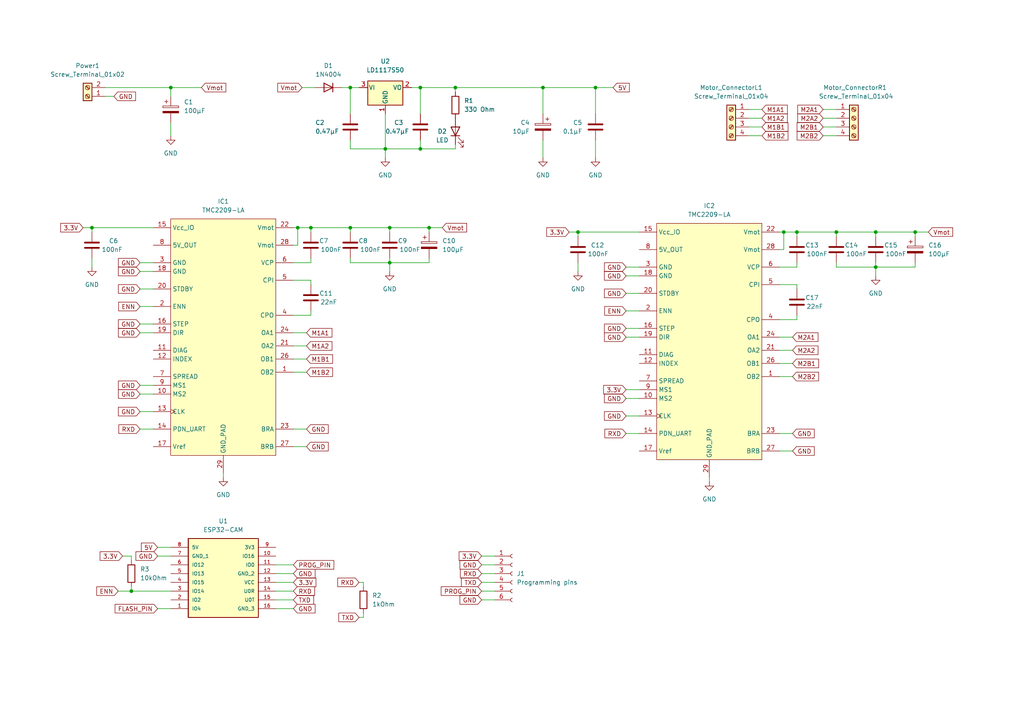
<source format=kicad_sch>
(kicad_sch (version 20211123) (generator eeschema)
  (paper "A4")
  (lib_symbols
    (symbol "Connector:Conn_01x06_Female" (pin_names (offset 1.016) hide)
      (property "Reference" "J" (at 0 7.62 0))
      (property "Value" "Conn_01x06_Female" (at 0 -10.16 0))
      (symbol "Conn_01x06_Female_1_1"
        (arc (start 0 -7.112) (mid -0.508 -7.62) (end 0 -8.128) (stroke (width 0.1524)))
        (arc (start 0 -4.572) (mid -0.508 -5.08) (end 0 -5.588) (stroke (width 0.1524)))
        (arc (start 0 -2.032) (mid -0.508 -2.54) (end 0 -3.048) (stroke (width 0.1524)))
        (polyline (pts (xy -1.27 -7.62) (xy -0.508 -7.62)) (stroke (width 0.1524)))
        (polyline (pts (xy -1.27 -5.08) (xy -0.508 -5.08)) (stroke (width 0.1524)))
        (polyline (pts (xy -1.27 -2.54) (xy -0.508 -2.54)) (stroke (width 0.1524)))
        (polyline (pts (xy -1.27 0) (xy -0.508 0)) (stroke (width 0.1524)))
        (polyline (pts (xy -1.27 2.54) (xy -0.508 2.54)) (stroke (width 0.1524)))
        (polyline (pts (xy -1.27 5.08) (xy -0.508 5.08)) (stroke (width 0.1524)))
        (arc (start 0 0.508) (mid -0.508 0) (end 0 -0.508) (stroke (width 0.1524)))
        (arc (start 0 3.048) (mid -0.508 2.54) (end 0 2.032) (stroke (width 0.1524)))
        (arc (start 0 5.588) (mid -0.508 5.08) (end 0 4.572) (stroke (width 0.1524)))
        (pin passive line (at -5.08 5.08 0) (length 3.81) (name "Pin_1") (number "1"))
        (pin passive line (at -5.08 2.54 0) (length 3.81) (name "Pin_2") (number "2"))
        (pin passive line (at -5.08 0 0) (length 3.81) (name "Pin_3") (number "3"))
        (pin passive line (at -5.08 -2.54 0) (length 3.81) (name "Pin_4") (number "4"))
        (pin passive line (at -5.08 -5.08 0) (length 3.81) (name "Pin_5") (number "5"))
        (pin passive line (at -5.08 -7.62 0) (length 3.81) (name "Pin_6") (number "6"))
      )
    )
    (symbol "Connector:Screw_Terminal_01x02" (pin_names (offset 1.016) hide)
      (property "Reference" "J" (at 0 2.54 0))
      (property "Value" "Screw_Terminal_01x02" (at 0 -5.08 0))
      (symbol "Screw_Terminal_01x02_1_1"
        (rectangle (start -1.27 1.27) (end 1.27 -3.81) (stroke (width 0.254)) (fill (type background)))
        (circle (center 0 -2.54) (radius 0.635) (stroke (width 0.1524)))
        (polyline (pts (xy -0.5334 -2.2098) (xy 0.3302 -3.048)) (stroke (width 0.1524)))
        (polyline (pts (xy -0.5334 0.3302) (xy 0.3302 -0.508)) (stroke (width 0.1524)))
        (polyline (pts (xy -0.3556 -2.032) (xy 0.508 -2.8702)) (stroke (width 0.1524)))
        (polyline (pts (xy -0.3556 0.508) (xy 0.508 -0.3302)) (stroke (width 0.1524)))
        (circle (center 0 0) (radius 0.635) (stroke (width 0.1524)))
        (pin passive line (at -5.08 0 0) (length 3.81) (name "Pin_1") (number "1"))
        (pin passive line (at -5.08 -2.54 0) (length 3.81) (name "Pin_2") (number "2"))
      )
    )
    (symbol "Connector:Screw_Terminal_01x04" (pin_names (offset 1.016) hide)
      (property "Reference" "J" (at 0 5.08 0))
      (property "Value" "Screw_Terminal_01x04" (at 0 -7.62 0))
      (symbol "Screw_Terminal_01x04_1_1"
        (rectangle (start -1.27 3.81) (end 1.27 -6.35) (stroke (width 0.254)) (fill (type background)))
        (circle (center 0 -5.08) (radius 0.635) (stroke (width 0.1524)))
        (circle (center 0 -2.54) (radius 0.635) (stroke (width 0.1524)))
        (polyline (pts (xy -0.5334 -4.7498) (xy 0.3302 -5.588)) (stroke (width 0.1524)))
        (polyline (pts (xy -0.5334 -2.2098) (xy 0.3302 -3.048)) (stroke (width 0.1524)))
        (polyline (pts (xy -0.5334 0.3302) (xy 0.3302 -0.508)) (stroke (width 0.1524)))
        (polyline (pts (xy -0.5334 2.8702) (xy 0.3302 2.032)) (stroke (width 0.1524)))
        (polyline (pts (xy -0.3556 -4.572) (xy 0.508 -5.4102)) (stroke (width 0.1524)))
        (polyline (pts (xy -0.3556 -2.032) (xy 0.508 -2.8702)) (stroke (width 0.1524)))
        (polyline (pts (xy -0.3556 0.508) (xy 0.508 -0.3302)) (stroke (width 0.1524)))
        (polyline (pts (xy -0.3556 3.048) (xy 0.508 2.2098)) (stroke (width 0.1524)))
        (circle (center 0 0) (radius 0.635) (stroke (width 0.1524)))
        (circle (center 0 2.54) (radius 0.635) (stroke (width 0.1524)))
        (pin passive line (at -5.08 2.54 0) (length 3.81) (name "Pin_1") (number "1"))
        (pin passive line (at -5.08 0 0) (length 3.81) (name "Pin_2") (number "2"))
        (pin passive line (at -5.08 -2.54 0) (length 3.81) (name "Pin_3") (number "3"))
        (pin passive line (at -5.08 -5.08 0) (length 3.81) (name "Pin_4") (number "4"))
      )
    )
    (symbol "Device:C" (pin_numbers hide) (pin_names (offset 0.254))
      (property "Reference" "C" (at 0.635 2.54 0))
      (property "Value" "C" (at 0.635 -2.54 0))
      (symbol "C_0_1"
        (polyline (pts (xy -2.032 -0.762) (xy 2.032 -0.762)) (stroke (width 0.508)))
        (polyline (pts (xy -2.032 0.762) (xy 2.032 0.762)) (stroke (width 0.508)))
      )
      (symbol "C_1_1"
        (pin passive line (at 0 3.81 270) (length 2.794) (name "~") (number "1"))
        (pin passive line (at 0 -3.81 90) (length 2.794) (name "~") (number "2"))
      )
    )
    (symbol "Device:C_Polarized" (pin_numbers hide) (pin_names (offset 0.254))
      (property "Reference" "C" (at 0.635 2.54 0))
      (property "Value" "C_Polarized" (at 0.635 -2.54 0))
      (symbol "C_Polarized_0_1"
        (rectangle (start -2.286 0.508) (end 2.286 1.016))
        (polyline (pts (xy -1.778 2.286) (xy -0.762 2.286)))
        (polyline (pts (xy -1.27 2.794) (xy -1.27 1.778)))
        (rectangle (start 2.286 -0.508) (end -2.286 -1.016) (fill (type outline)))
      )
      (symbol "C_Polarized_1_1"
        (pin passive line (at 0 3.81 270) (length 2.794) (name "~") (number "1"))
        (pin passive line (at 0 -3.81 90) (length 2.794) (name "~") (number "2"))
      )
    )
    (symbol "Device:LED" (pin_numbers hide) (pin_names (offset 1.016) hide)
      (property "Reference" "D" (at 0 2.54 0))
      (property "Value" "LED" (at 0 -2.54 0))
      (symbol "LED_0_1"
        (polyline (pts (xy -1.27 -1.27) (xy -1.27 1.27)) (stroke (width 0.254)))
        (polyline (pts (xy -1.27 0) (xy 1.27 0)))
        (polyline (pts (xy 1.27 -1.27) (xy 1.27 1.27) (xy -1.27 0) (xy 1.27 -1.27)) (stroke (width 0.254)))
        (polyline (pts (xy -3.048 -0.762) (xy -4.572 -2.286) (xy -3.81 -2.286) (xy -4.572 -2.286) (xy -4.572 -1.524)))
        (polyline (pts (xy -1.778 -0.762) (xy -3.302 -2.286) (xy -2.54 -2.286) (xy -3.302 -2.286) (xy -3.302 -1.524)))
      )
      (symbol "LED_1_1"
        (pin passive line (at -3.81 0 0) (length 2.54) (name "K") (number "1"))
        (pin passive line (at 3.81 0 180) (length 2.54) (name "A") (number "2"))
      )
    )
    (symbol "Device:R" (pin_numbers hide) (pin_names (offset 0))
      (property "Reference" "R" (at 2.032 0 90))
      (property "Value" "R" (at 0 0 90))
      (symbol "R_0_1"
        (rectangle (start -1.016 -2.54) (end 1.016 2.54) (stroke (width 0.254)))
      )
      (symbol "R_1_1"
        (pin passive line (at 0 3.81 270) (length 1.27) (name "~") (number "1"))
        (pin passive line (at 0 -3.81 90) (length 1.27) (name "~") (number "2"))
      )
    )
    (symbol "Diode:1N4004" (pin_numbers hide) (pin_names (offset 1.016) hide)
      (property "Reference" "D" (at 0 2.54 0))
      (property "Value" "1N4004" (at 0 -2.54 0))
      (symbol "1N4004_0_1"
        (polyline (pts (xy -1.27 1.27) (xy -1.27 -1.27)) (stroke (width 0.254)))
        (polyline (pts (xy 1.27 0) (xy -1.27 0)))
        (polyline (pts (xy 1.27 1.27) (xy 1.27 -1.27) (xy -1.27 0) (xy 1.27 1.27)) (stroke (width 0.254)))
      )
      (symbol "1N4004_1_1"
        (pin passive line (at -3.81 0 0) (length 2.54) (name "K") (number "1"))
        (pin passive line (at 3.81 0 180) (length 2.54) (name "A") (number "2"))
      )
    )
    (symbol "ESP32-CAM:ESP32-CAM" (pin_names (offset 1.016))
      (property "Reference" "U" (at 26.67 7.62 0))
      (property "Value" "ESP32-CAM" (at 26.67 5.08 0))
      (symbol "ESP32-CAM_0_0"
        (polyline (pts (xy 5.08 2.54) (xy 5.08 -20.32)) (stroke (width 0.254)))
        (rectangle (start 5.08 -20.32) (end 25.4 2.54) (stroke (width 0.254)) (fill (type background)))
        (pin bidirectional line (at 0 -17.78 0) (length 5.08) (name "IO4") (number "1"))
        (pin bidirectional line (at 30.48 -2.54 180) (length 5.08) (name "IO16") (number "10"))
        (pin bidirectional line (at 30.48 -5.08 180) (length 5.08) (name "IO0") (number "11"))
        (pin bidirectional line (at 30.48 -7.62 180) (length 5.08) (name "GND_2") (number "12"))
        (pin bidirectional line (at 30.48 -10.16 180) (length 5.08) (name "VCC") (number "13"))
        (pin bidirectional line (at 30.48 -12.7 180) (length 5.08) (name "U0R") (number "14"))
        (pin bidirectional line (at 30.48 -15.24 180) (length 5.08) (name "U0T") (number "15"))
        (pin bidirectional line (at 30.48 -17.78 180) (length 5.08) (name "GND_3") (number "16"))
        (pin bidirectional line (at 0 -15.24 0) (length 5.08) (name "IO2") (number "2"))
        (pin bidirectional line (at 0 -12.7 0) (length 5.08) (name "IO14") (number "3"))
        (pin bidirectional line (at 0 -10.16 0) (length 5.08) (name "IO15") (number "4"))
        (pin bidirectional line (at 0 -7.62 0) (length 5.08) (name "IO13") (number "5"))
        (pin bidirectional line (at 0 -5.08 0) (length 5.08) (name "IO12") (number "6"))
        (pin bidirectional line (at 0 -2.54 0) (length 5.08) (name "GND_1") (number "7"))
        (pin bidirectional line (at 0 0 0) (length 5.08) (name "5V") (number "8"))
        (pin bidirectional line (at 30.48 0 180) (length 5.08) (name "3V3") (number "9"))
      )
    )
    (symbol "Regulator_Linear:LD1117S50TR_SOT223" (pin_names (offset 0.254))
      (property "Reference" "U" (at -3.81 3.175 0))
      (property "Value" "LD1117S50TR_SOT223" (at 0 3.175 0))
      (symbol "LD1117S50TR_SOT223_0_1"
        (rectangle (start -5.08 -5.08) (end 5.08 1.905) (stroke (width 0.254)) (fill (type background)))
      )
      (symbol "LD1117S50TR_SOT223_1_1"
        (pin power_in line (at 0 -7.62 90) (length 2.54) (name "GND") (number "1"))
        (pin power_out line (at 7.62 0 180) (length 2.54) (name "VO") (number "2"))
        (pin power_in line (at -7.62 0 0) (length 2.54) (name "VI") (number "3"))
      )
    )
    (symbol "TMC2209-LA:TMC2209-LA"
      (property "Reference" "IC" (at 0 36.83 0))
      (property "Value" "TMC2209-LA" (at 0 34.29 0))
      (symbol "TMC2209-LA_0_1"
        (rectangle (start -15.24 33.02) (end 15.24 -35.56) (fill (type background)))
      )
      (symbol "TMC2209-LA_1_1"
        (pin power_out line (at 20.32 -11.43 180) (length 5.08) (name "OB2") (number "1"))
        (pin input line (at -20.32 -17.78 0) (length 5.08) (name "MS2") (number "10"))
        (pin output line (at -20.32 -5.08 0) (length 5.08) (name "DIAG") (number "11"))
        (pin output line (at -20.32 -7.62 0) (length 5.08) (name "INDEX") (number "12"))
        (pin input clock (at -20.32 -22.86 0) (length 5.08) (name "CLK") (number "13"))
        (pin input line (at -20.32 -27.94 0) (length 5.08) (name "PDN_UART") (number "14"))
        (pin power_in line (at -20.32 30.48 0) (length 5.08) (name "Vcc_IO") (number "15"))
        (pin input line (at -20.32 2.54 0) (length 5.08) (name "STEP") (number "16"))
        (pin power_in line (at -20.32 -33.02 0) (length 5.08) (name "Vref") (number "17"))
        (pin power_in line (at -20.32 17.78 0) (length 5.08) (name "GND") (number "18"))
        (pin input line (at -20.32 0 0) (length 5.08) (name "DIR") (number "19"))
        (pin input line (at -20.32 7.62 0) (length 5.08) (name "ENN") (number "2"))
        (pin input line (at -20.32 12.7 0) (length 5.08) (name "STDBY") (number "20"))
        (pin power_out line (at 20.32 -3.81 180) (length 5.08) (name "OA2") (number "21"))
        (pin power_in line (at 20.32 30.48 180) (length 5.08) (name "Vmot") (number "22"))
        (pin input line (at 20.32 -27.94 180) (length 5.08) (name "BRA") (number "23"))
        (pin power_out line (at 20.32 0 180) (length 5.08) (name "OA1") (number "24"))
        (pin power_out line (at 20.32 -7.62 180) (length 5.08) (name "OB1") (number "26"))
        (pin input line (at 20.32 -33.02 180) (length 5.08) (name "BRB") (number "27"))
        (pin power_in line (at 20.32 25.4 180) (length 5.08) (name "Vmot") (number "28"))
        (pin power_in line (at 0 -40.64 90) (length 5.08) (name "GND_PAD") (number "29"))
        (pin power_in line (at -20.32 20.32 0) (length 5.08) (name "GND") (number "3"))
        (pin power_out line (at 20.32 5.08 180) (length 5.08) (name "CPO") (number "4"))
        (pin power_in line (at 20.32 15.24 180) (length 5.08) (name "CPI") (number "5"))
        (pin power_in line (at 20.32 20.32 180) (length 5.08) (name "VCP") (number "6"))
        (pin output line (at -20.32 -12.7 0) (length 5.08) (name "SPREAD") (number "7"))
        (pin power_out line (at -20.32 25.4 0) (length 5.08) (name "5V_OUT") (number "8"))
        (pin input line (at -20.32 -15.24 0) (length 5.08) (name "MS1") (number "9"))
      )
    )
    (symbol "TMC2209-LA_1"
      (property "Reference" "IC" (at 0 36.83 0))
      (property "Value" "TMC2209-LA_1" (at 0 34.29 0))
      (symbol "TMC2209-LA_1_0_1"
        (rectangle (start -15.24 33.02) (end 15.24 -35.56) (fill (type background)))
      )
      (symbol "TMC2209-LA_1_1_1"
        (pin power_out line (at 20.32 -11.43 180) (length 5.08) (name "OB2") (number "1"))
        (pin input line (at -20.32 -17.78 0) (length 5.08) (name "MS2") (number "10"))
        (pin output line (at -20.32 -5.08 0) (length 5.08) (name "DIAG") (number "11"))
        (pin output line (at -20.32 -7.62 0) (length 5.08) (name "INDEX") (number "12"))
        (pin input clock (at -20.32 -22.86 0) (length 5.08) (name "CLK") (number "13"))
        (pin input line (at -20.32 -27.94 0) (length 5.08) (name "PDN_UART") (number "14"))
        (pin power_in line (at -20.32 30.48 0) (length 5.08) (name "Vcc_IO") (number "15"))
        (pin input line (at -20.32 2.54 0) (length 5.08) (name "STEP") (number "16"))
        (pin power_in line (at -20.32 -33.02 0) (length 5.08) (name "Vref") (number "17"))
        (pin power_in line (at -20.32 17.78 0) (length 5.08) (name "GND") (number "18"))
        (pin input line (at -20.32 0 0) (length 5.08) (name "DIR") (number "19"))
        (pin input line (at -20.32 7.62 0) (length 5.08) (name "ENN") (number "2"))
        (pin input line (at -20.32 12.7 0) (length 5.08) (name "STDBY") (number "20"))
        (pin power_out line (at 20.32 -3.81 180) (length 5.08) (name "OA2") (number "21"))
        (pin power_in line (at 20.32 30.48 180) (length 5.08) (name "Vmot") (number "22"))
        (pin input line (at 20.32 -27.94 180) (length 5.08) (name "BRA") (number "23"))
        (pin power_out line (at 20.32 0 180) (length 5.08) (name "OA1") (number "24"))
        (pin power_out line (at 20.32 -7.62 180) (length 5.08) (name "OB1") (number "26"))
        (pin input line (at 20.32 -33.02 180) (length 5.08) (name "BRB") (number "27"))
        (pin power_in line (at 20.32 25.4 180) (length 5.08) (name "Vmot") (number "28"))
        (pin power_in line (at 0 -40.64 90) (length 5.08) (name "GND_PAD") (number "29"))
        (pin power_in line (at -20.32 20.32 0) (length 5.08) (name "GND") (number "3"))
        (pin power_out line (at 20.32 5.08 180) (length 5.08) (name "CPO") (number "4"))
        (pin power_in line (at 20.32 15.24 180) (length 5.08) (name "CPI") (number "5"))
        (pin power_in line (at 20.32 20.32 180) (length 5.08) (name "VCP") (number "6"))
        (pin output line (at -20.32 -12.7 0) (length 5.08) (name "SPREAD") (number "7"))
        (pin power_out line (at -20.32 25.4 0) (length 5.08) (name "5V_OUT") (number "8"))
        (pin input line (at -20.32 -15.24 0) (length 5.08) (name "MS1") (number "9"))
      )
    )
    (symbol "power:GND" (power) (pin_names (offset 0))
      (property "Value" "GND" (at 0 -3.81 0))
      (symbol "GND_0_1"
        (polyline (pts (xy 0 0) (xy 0 -1.27) (xy 1.27 -1.27) (xy 0 -2.54) (xy -1.27 -1.27) (xy 0 -1.27)))
      )
      (symbol "GND_1_1"
        (pin power_in line (at 0 0 270) (length 0) hide (name "GND") (number "1"))
      )
    )
  )
  (junction (at 254 67.31))
  (junction (at 172.72 25.4))
  (junction (at 111.76 43.18))
  (junction (at 124.46 66.04))
  (junction (at 113.03 66.04))
  (junction (at 231.14 67.31))
  (junction (at 26.67 66.04))
  (junction (at 242.57 67.31))
  (junction (at 227.33 67.31))
  (junction (at 121.92 25.4))
  (junction (at 86.36 66.04))
  (junction (at 121.92 43.18))
  (junction (at 132.08 25.4))
  (junction (at 90.17 66.04))
  (junction (at 254 77.47))
  (junction (at 265.43 67.31))
  (junction (at 38.1 171.45))
  (junction (at 167.64 67.31))
  (junction (at 157.48 25.4))
  (junction (at 49.53 25.4))
  (junction (at 101.6 25.4))
  (junction (at 113.03 76.2))
  (junction (at 101.6 66.04))
  (wire (pts (xy 88.9 129.54) (xy 85.09 129.54)))
  (wire (pts (xy 26.67 66.04) (xy 44.45 66.04)))
  (wire (pts (xy 90.17 76.2) (xy 90.17 74.93)))
  (wire (pts (xy 85.09 96.52) (xy 88.9 96.52)))
  (wire (pts (xy 45.72 158.75) (xy 49.53 158.75)))
  (wire (pts (xy 181.61 95.25) (xy 185.42 95.25)))
  (wire (pts (xy 226.06 77.47) (xy 231.14 77.47)))
  (wire (pts (xy 90.17 66.04) (xy 90.17 67.31)))
  (wire (pts (xy 157.48 25.4) (xy 157.48 33.02)))
  (wire (pts (xy 172.72 25.4) (xy 177.8 25.4)))
  (wire (pts (xy 99.06 25.4) (xy 101.6 25.4)))
  (wire (pts (xy 265.43 67.31) (xy 265.43 68.58)))
  (wire (pts (xy 104.14 168.91) (xy 105.41 168.91)))
  (wire (pts (xy 119.38 25.4) (xy 121.92 25.4)))
  (wire (pts (xy 34.29 171.45) (xy 38.1 171.45)))
  (wire (pts (xy 85.09 91.44) (xy 90.17 91.44)))
  (wire (pts (xy 167.64 68.58) (xy 167.64 67.31)))
  (wire (pts (xy 111.76 43.18) (xy 111.76 45.72)))
  (wire (pts (xy 85.09 100.33) (xy 88.9 100.33)))
  (wire (pts (xy 181.61 80.01) (xy 185.42 80.01)))
  (wire (pts (xy 101.6 25.4) (xy 101.6 33.02)))
  (wire (pts (xy 101.6 76.2) (xy 113.03 76.2)))
  (wire (pts (xy 101.6 66.04) (xy 113.03 66.04)))
  (wire (pts (xy 226.06 101.6) (xy 229.87 101.6)))
  (wire (pts (xy 231.14 82.55) (xy 231.14 83.82)))
  (wire (pts (xy 181.61 90.17) (xy 185.42 90.17)))
  (wire (pts (xy 80.01 168.91) (xy 85.09 168.91)))
  (wire (pts (xy 45.72 161.29) (xy 49.53 161.29)))
  (wire (pts (xy 64.77 138.43) (xy 64.77 137.16)))
  (wire (pts (xy 40.64 96.52) (xy 44.45 96.52)))
  (wire (pts (xy 101.6 40.64) (xy 101.6 43.18)))
  (wire (pts (xy 86.36 66.04) (xy 90.17 66.04)))
  (wire (pts (xy 181.61 120.65) (xy 185.42 120.65)))
  (wire (pts (xy 254 68.58) (xy 254 67.31)))
  (wire (pts (xy 217.17 34.29) (xy 220.98 34.29)))
  (wire (pts (xy 128.27 66.04) (xy 124.46 66.04)))
  (wire (pts (xy 113.03 76.2) (xy 113.03 78.74)))
  (wire (pts (xy 30.48 27.94) (xy 33.02 27.94)))
  (wire (pts (xy 90.17 91.44) (xy 90.17 90.17)))
  (wire (pts (xy 85.09 66.04) (xy 86.36 66.04)))
  (wire (pts (xy 139.7 161.29) (xy 143.51 161.29)))
  (wire (pts (xy 49.53 25.4) (xy 58.42 25.4)))
  (wire (pts (xy 265.43 76.2) (xy 265.43 77.47)))
  (wire (pts (xy 205.74 139.7) (xy 205.74 138.43)))
  (wire (pts (xy 254 67.31) (xy 265.43 67.31)))
  (wire (pts (xy 229.87 125.73) (xy 226.06 125.73)))
  (wire (pts (xy 101.6 25.4) (xy 104.14 25.4)))
  (wire (pts (xy 90.17 81.28) (xy 90.17 82.55)))
  (wire (pts (xy 139.7 173.99) (xy 143.51 173.99)))
  (wire (pts (xy 167.64 76.2) (xy 167.64 78.74)))
  (wire (pts (xy 226.06 92.71) (xy 231.14 92.71)))
  (wire (pts (xy 231.14 67.31) (xy 242.57 67.31)))
  (wire (pts (xy 157.48 40.64) (xy 157.48 45.72)))
  (wire (pts (xy 85.09 81.28) (xy 90.17 81.28)))
  (wire (pts (xy 105.41 168.91) (xy 105.41 170.18)))
  (wire (pts (xy 226.06 67.31) (xy 227.33 67.31)))
  (wire (pts (xy 139.7 163.83) (xy 143.51 163.83)))
  (wire (pts (xy 231.14 77.47) (xy 231.14 76.2)))
  (wire (pts (xy 242.57 67.31) (xy 254 67.31)))
  (wire (pts (xy 254 77.47) (xy 265.43 77.47)))
  (wire (pts (xy 227.33 67.31) (xy 231.14 67.31)))
  (wire (pts (xy 242.57 76.2) (xy 242.57 77.47)))
  (wire (pts (xy 113.03 67.31) (xy 113.03 66.04)))
  (wire (pts (xy 167.64 67.31) (xy 185.42 67.31)))
  (wire (pts (xy 80.01 173.99) (xy 85.09 173.99)))
  (wire (pts (xy 132.08 43.18) (xy 121.92 43.18)))
  (wire (pts (xy 121.92 25.4) (xy 132.08 25.4)))
  (wire (pts (xy 90.17 66.04) (xy 101.6 66.04)))
  (wire (pts (xy 238.76 39.37) (xy 242.57 39.37)))
  (wire (pts (xy 226.06 109.22) (xy 229.87 109.22)))
  (wire (pts (xy 40.64 119.38) (xy 44.45 119.38)))
  (wire (pts (xy 101.6 43.18) (xy 111.76 43.18)))
  (wire (pts (xy 238.76 36.83) (xy 242.57 36.83)))
  (wire (pts (xy 113.03 66.04) (xy 124.46 66.04)))
  (wire (pts (xy 254 76.2) (xy 254 77.47)))
  (wire (pts (xy 40.64 114.3) (xy 44.45 114.3)))
  (wire (pts (xy 181.61 97.79) (xy 185.42 97.79)))
  (wire (pts (xy 85.09 76.2) (xy 90.17 76.2)))
  (wire (pts (xy 132.08 25.4) (xy 157.48 25.4)))
  (wire (pts (xy 181.61 125.73) (xy 185.42 125.73)))
  (wire (pts (xy 231.14 92.71) (xy 231.14 91.44)))
  (wire (pts (xy 238.76 34.29) (xy 242.57 34.29)))
  (wire (pts (xy 172.72 40.64) (xy 172.72 45.72)))
  (wire (pts (xy 40.64 88.9) (xy 44.45 88.9)))
  (wire (pts (xy 121.92 43.18) (xy 111.76 43.18)))
  (wire (pts (xy 226.06 82.55) (xy 231.14 82.55)))
  (wire (pts (xy 229.87 130.81) (xy 226.06 130.81)))
  (wire (pts (xy 85.09 104.14) (xy 88.9 104.14)))
  (wire (pts (xy 101.6 67.31) (xy 101.6 66.04)))
  (wire (pts (xy 85.09 107.95) (xy 88.9 107.95)))
  (wire (pts (xy 254 77.47) (xy 254 80.01)))
  (wire (pts (xy 242.57 77.47) (xy 254 77.47)))
  (wire (pts (xy 88.9 124.46) (xy 85.09 124.46)))
  (wire (pts (xy 105.41 179.07) (xy 105.41 177.8)))
  (wire (pts (xy 269.24 67.31) (xy 265.43 67.31)))
  (wire (pts (xy 113.03 74.93) (xy 113.03 76.2)))
  (wire (pts (xy 49.53 25.4) (xy 49.53 27.94)))
  (wire (pts (xy 30.48 25.4) (xy 49.53 25.4)))
  (wire (pts (xy 217.17 36.83) (xy 220.98 36.83)))
  (wire (pts (xy 111.76 33.02) (xy 111.76 43.18)))
  (wire (pts (xy 24.13 66.04) (xy 26.67 66.04)))
  (wire (pts (xy 226.06 105.41) (xy 229.87 105.41)))
  (wire (pts (xy 227.33 67.31) (xy 227.33 72.39)))
  (wire (pts (xy 40.64 76.2) (xy 44.45 76.2)))
  (wire (pts (xy 172.72 33.02) (xy 172.72 25.4)))
  (wire (pts (xy 121.92 25.4) (xy 121.92 33.02)))
  (wire (pts (xy 242.57 68.58) (xy 242.57 67.31)))
  (wire (pts (xy 165.1 67.31) (xy 167.64 67.31)))
  (wire (pts (xy 38.1 161.29) (xy 38.1 162.56)))
  (wire (pts (xy 124.46 66.04) (xy 124.46 67.31)))
  (wire (pts (xy 104.14 179.07) (xy 105.41 179.07)))
  (wire (pts (xy 38.1 170.18) (xy 38.1 171.45)))
  (wire (pts (xy 132.08 26.67) (xy 132.08 25.4)))
  (wire (pts (xy 226.06 72.39) (xy 227.33 72.39)))
  (wire (pts (xy 181.61 85.09) (xy 185.42 85.09)))
  (wire (pts (xy 132.08 41.91) (xy 132.08 43.18)))
  (wire (pts (xy 217.17 31.75) (xy 220.98 31.75)))
  (wire (pts (xy 139.7 166.37) (xy 143.51 166.37)))
  (wire (pts (xy 40.64 93.98) (xy 44.45 93.98)))
  (wire (pts (xy 49.53 35.56) (xy 49.53 39.37)))
  (wire (pts (xy 181.61 77.47) (xy 185.42 77.47)))
  (wire (pts (xy 80.01 176.53) (xy 85.09 176.53)))
  (wire (pts (xy 181.61 113.03) (xy 185.42 113.03)))
  (wire (pts (xy 124.46 74.93) (xy 124.46 76.2)))
  (wire (pts (xy 80.01 166.37) (xy 85.09 166.37)))
  (wire (pts (xy 38.1 171.45) (xy 49.53 171.45)))
  (wire (pts (xy 139.7 171.45) (xy 143.51 171.45)))
  (wire (pts (xy 101.6 74.93) (xy 101.6 76.2)))
  (wire (pts (xy 26.67 66.04) (xy 26.67 67.31)))
  (wire (pts (xy 26.67 74.93) (xy 26.67 77.47)))
  (wire (pts (xy 238.76 31.75) (xy 242.57 31.75)))
  (wire (pts (xy 121.92 40.64) (xy 121.92 43.18)))
  (wire (pts (xy 113.03 76.2) (xy 124.46 76.2)))
  (wire (pts (xy 35.56 161.29) (xy 38.1 161.29)))
  (wire (pts (xy 139.7 168.91) (xy 143.51 168.91)))
  (wire (pts (xy 231.14 67.31) (xy 231.14 68.58)))
  (wire (pts (xy 40.64 78.74) (xy 44.45 78.74)))
  (wire (pts (xy 87.63 25.4) (xy 91.44 25.4)))
  (wire (pts (xy 226.06 97.79) (xy 229.87 97.79)))
  (wire (pts (xy 40.64 111.76) (xy 44.45 111.76)))
  (wire (pts (xy 40.64 83.82) (xy 44.45 83.82)))
  (wire (pts (xy 40.64 124.46) (xy 44.45 124.46)))
  (wire (pts (xy 80.01 163.83) (xy 85.09 163.83)))
  (wire (pts (xy 85.09 71.12) (xy 86.36 71.12)))
  (wire (pts (xy 181.61 115.57) (xy 185.42 115.57)))
  (wire (pts (xy 45.72 176.53) (xy 49.53 176.53)))
  (wire (pts (xy 86.36 66.04) (xy 86.36 71.12)))
  (wire (pts (xy 157.48 25.4) (xy 172.72 25.4)))
  (wire (pts (xy 217.17 39.37) (xy 220.98 39.37)))
  (wire (pts (xy 80.01 171.45) (xy 85.09 171.45)))
  (global_label "GND" (shape input) (at 229.87 130.81 0) (property "Intersheet References" "${INTERSHEET_REFS}" (effects hide)))
  (global_label "RXD" (shape input) (at 104.14 168.91 180) (property "Intersheet References" "${INTERSHEET_REFS}" (effects hide)))
  (global_label "RXD" (shape input) (at 139.7 166.37 180) (property "Intersheet References" "${INTERSHEET_REFS}" (effects hide)))
  (global_label "TXD" (shape input) (at 139.7 168.91 180) (property "Intersheet References" "${INTERSHEET_REFS}" (effects hide)))
  (global_label "GND" (shape input) (at 181.61 95.25 180) (property "Intersheet References" "${INTERSHEET_REFS}" (effects hide)))
  (global_label "M2A2" (shape input) (at 238.76 34.29 180) (property "Intersheet References" "${INTERSHEET_REFS}" (effects hide)))
  (global_label "GND" (shape input) (at 85.09 176.53 0) (property "Intersheet References" "${INTERSHEET_REFS}" (effects hide)))
  (global_label "GND" (shape input) (at 85.09 166.37 0) (property "Intersheet References" "${INTERSHEET_REFS}" (effects hide)))
  (global_label "PROG_PIN" (shape input) (at 139.7 171.45 180) (property "Intersheet References" "${INTERSHEET_REFS}" (effects hide)))
  (global_label "3.3V" (shape input) (at 165.1 67.31 180) (property "Intersheet References" "${INTERSHEET_REFS}" (effects hide)))
  (global_label "Vmot" (shape input) (at 87.63 25.4 180) (property "Intersheet References" "${INTERSHEET_REFS}" (effects hide)))
  (global_label "M2B1" (shape input) (at 229.87 105.41 0) (property "Intersheet References" "${INTERSHEET_REFS}" (effects hide)))
  (global_label "3.3V" (shape input) (at 85.09 168.91 0) (property "Intersheet References" "${INTERSHEET_REFS}" (effects hide)))
  (global_label "M2B2" (shape input) (at 229.87 109.22 0) (property "Intersheet References" "${INTERSHEET_REFS}" (effects hide)))
  (global_label "M2A1" (shape input) (at 238.76 31.75 180) (property "Intersheet References" "${INTERSHEET_REFS}" (effects hide)))
  (global_label "GND" (shape input) (at 181.61 120.65 180) (property "Intersheet References" "${INTERSHEET_REFS}" (effects hide)))
  (global_label "PROG_PIN" (shape input) (at 85.09 163.83 0) (property "Intersheet References" "${INTERSHEET_REFS}" (effects hide)))
  (global_label "M2A1" (shape input) (at 229.87 97.79 0) (property "Intersheet References" "${INTERSHEET_REFS}" (effects hide)))
  (global_label "GND" (shape input) (at 40.64 114.3 180) (property "Intersheet References" "${INTERSHEET_REFS}" (effects hide)))
  (global_label "TXD" (shape input) (at 104.14 179.07 180) (property "Intersheet References" "${INTERSHEET_REFS}" (effects hide)))
  (global_label "GND" (shape input) (at 40.64 76.2 180) (property "Intersheet References" "${INTERSHEET_REFS}" (effects hide)))
  (global_label "GND" (shape input) (at 40.64 96.52 180) (property "Intersheet References" "${INTERSHEET_REFS}" (effects hide)))
  (global_label "RXD" (shape input) (at 40.64 124.46 180) (property "Intersheet References" "${INTERSHEET_REFS}" (effects hide)))
  (global_label "TXD" (shape input) (at 85.09 173.99 0) (property "Intersheet References" "${INTERSHEET_REFS}" (effects hide)))
  (global_label "ENN" (shape input) (at 181.61 90.17 180) (property "Intersheet References" "${INTERSHEET_REFS}" (effects hide)))
  (global_label "GND" (shape input) (at 181.61 77.47 180) (property "Intersheet References" "${INTERSHEET_REFS}" (effects hide)))
  (global_label "3.3V" (shape input) (at 24.13 66.04 180) (property "Intersheet References" "${INTERSHEET_REFS}" (effects hide)))
  (global_label "GND" (shape input) (at 40.64 111.76 180) (property "Intersheet References" "${INTERSHEET_REFS}" (effects hide)))
  (global_label "GND" (shape input) (at 181.61 80.01 180) (property "Intersheet References" "${INTERSHEET_REFS}" (effects hide)))
  (global_label "M1B1" (shape input) (at 220.98 36.83 0) (property "Intersheet References" "${INTERSHEET_REFS}" (effects hide)))
  (global_label "Vmot" (shape input) (at 269.24 67.31 0) (property "Intersheet References" "${INTERSHEET_REFS}" (effects hide)))
  (global_label "GND" (shape input) (at 88.9 124.46 0) (property "Intersheet References" "${INTERSHEET_REFS}" (effects hide)))
  (global_label "3.3V" (shape input) (at 35.56 161.29 180) (property "Intersheet References" "${INTERSHEET_REFS}" (effects hide)))
  (global_label "M1A1" (shape input) (at 220.98 31.75 0) (property "Intersheet References" "${INTERSHEET_REFS}" (effects hide)))
  (global_label "GND" (shape input) (at 45.72 161.29 180) (property "Intersheet References" "${INTERSHEET_REFS}" (effects hide)))
  (global_label "M1A1" (shape input) (at 88.9 96.52 0) (property "Intersheet References" "${INTERSHEET_REFS}" (effects hide)))
  (global_label "M1B1" (shape input) (at 88.9 104.14 0) (property "Intersheet References" "${INTERSHEET_REFS}" (effects hide)))
  (global_label "RXD" (shape input) (at 85.09 171.45 0) (property "Intersheet References" "${INTERSHEET_REFS}" (effects hide)))
  (global_label "3.3V" (shape input) (at 139.7 161.29 180) (property "Intersheet References" "${INTERSHEET_REFS}" (effects hide)))
  (global_label "GND" (shape input) (at 181.61 85.09 180) (property "Intersheet References" "${INTERSHEET_REFS}" (effects hide)))
  (global_label "GND" (shape input) (at 139.7 163.83 180) (property "Intersheet References" "${INTERSHEET_REFS}" (effects hide)))
  (global_label "5V" (shape input) (at 177.8 25.4 0) (property "Intersheet References" "${INTERSHEET_REFS}" (effects hide)))
  (global_label "FLASH_PIN" (shape input) (at 45.72 176.53 180) (property "Intersheet References" "${INTERSHEET_REFS}" (effects hide)))
  (global_label "ENN" (shape input) (at 34.29 171.45 180) (property "Intersheet References" "${INTERSHEET_REFS}" (effects hide)))
  (global_label "Vmot" (shape input) (at 128.27 66.04 0) (property "Intersheet References" "${INTERSHEET_REFS}" (effects hide)))
  (global_label "GND" (shape input) (at 40.64 83.82 180) (property "Intersheet References" "${INTERSHEET_REFS}" (effects hide)))
  (global_label "GND" (shape input) (at 181.61 97.79 180) (property "Intersheet References" "${INTERSHEET_REFS}" (effects hide)))
  (global_label "GND" (shape input) (at 139.7 173.99 180) (property "Intersheet References" "${INTERSHEET_REFS}" (effects hide)))
  (global_label "M1B2" (shape input) (at 88.9 107.95 0) (property "Intersheet References" "${INTERSHEET_REFS}" (effects hide)))
  (global_label "M2B1" (shape input) (at 238.76 36.83 180) (property "Intersheet References" "${INTERSHEET_REFS}" (effects hide)))
  (global_label "GND" (shape input) (at 40.64 119.38 180) (property "Intersheet References" "${INTERSHEET_REFS}" (effects hide)))
  (global_label "GND" (shape input) (at 40.64 93.98 180) (property "Intersheet References" "${INTERSHEET_REFS}" (effects hide)))
  (global_label "M1A2" (shape input) (at 88.9 100.33 0) (property "Intersheet References" "${INTERSHEET_REFS}" (effects hide)))
  (global_label "M1B2" (shape input) (at 220.98 39.37 0) (property "Intersheet References" "${INTERSHEET_REFS}" (effects hide)))
  (global_label "M1A2" (shape input) (at 220.98 34.29 0) (property "Intersheet References" "${INTERSHEET_REFS}" (effects hide)))
  (global_label "3.3V" (shape input) (at 181.61 113.03 180) (property "Intersheet References" "${INTERSHEET_REFS}" (effects hide)))
  (global_label "RXD" (shape input) (at 181.61 125.73 180) (property "Intersheet References" "${INTERSHEET_REFS}" (effects hide)))
  (global_label "M2A2" (shape input) (at 229.87 101.6 0) (property "Intersheet References" "${INTERSHEET_REFS}" (effects hide)))
  (global_label "GND" (shape input) (at 181.61 115.57 180) (property "Intersheet References" "${INTERSHEET_REFS}" (effects hide)))
  (global_label "ENN" (shape input) (at 40.64 88.9 180) (property "Intersheet References" "${INTERSHEET_REFS}" (effects hide)))
  (global_label "GND" (shape input) (at 33.02 27.94 0) (property "Intersheet References" "${INTERSHEET_REFS}" (effects hide)))
  (global_label "GND" (shape input) (at 40.64 78.74 180) (property "Intersheet References" "${INTERSHEET_REFS}" (effects hide)))
  (global_label "5V" (shape input) (at 45.72 158.75 180) (property "Intersheet References" "${INTERSHEET_REFS}" (effects hide)))
  (global_label "Vmot" (shape input) (at 58.42 25.4 0) (property "Intersheet References" "${INTERSHEET_REFS}" (effects hide)))
  (global_label "M2B2" (shape input) (at 238.76 39.37 180) (property "Intersheet References" "${INTERSHEET_REFS}" (effects hide)))
  (global_label "GND" (shape input) (at 229.87 125.73 0) (property "Intersheet References" "${INTERSHEET_REFS}" (effects hide)))
  (global_label "GND" (shape input) (at 88.9 129.54 0) (property "Intersheet References" "${INTERSHEET_REFS}" (effects hide)))
  (symbol (lib_id "Device:C_Polarized") (at 157.48 36.83 0) (mirror y) (unit 1)
    (property "Reference" "C4" (at 153.67 35.5599 0) (effects (justify left)))
    (property "Value" "10µF" (at 153.67 38.0999 0) (effects (justify left)))
    (property "Footprint" "Capacitor_THT:CP_Radial_D6.3mm_P2.50mm" (effects hide))
  )
  (symbol (lib_id "Connector:Screw_Terminal_01x02") (at 25.4 27.94 180) (unit 1)
    (property "Reference" "Power1" (at 25.4 19.05 0))
    (property "Value" "Screw_Terminal_01x02" (at 25.4 21.59 0))
    (property "Footprint" "TerminalBlock:TerminalBlock_bornier-2_P5.08mm" (effects hide))
  )
  (symbol (lib_id "Device:C") (at 121.92 36.83 0) (unit 1)
    (property "Reference" "C3" (at 114.3 35.56 0) (effects (justify left)))
    (property "Value" "0.47µF" (at 111.76 38.1 0) (effects (justify left)))
    (property "Footprint" "Capacitor_SMD:C_0805_2012Metric_Pad1.18x1.45mm_HandSolder" (effects hide))
  )
  (symbol (lib_id "Device:C") (at 90.17 86.36 0) (mirror y) (unit 1)
    (property "Reference" "C11" (at 96.52 85.09 0) (effects (justify left)))
    (property "Value" "22nF" (at 97.79 87.63 0) (effects (justify left)))
    (property "Footprint" "Capacitor_SMD:C_0805_2012Metric_Pad1.18x1.45mm_HandSolder" (effects hide))
  )
  (symbol (lib_id "Device:C_Polarized") (at 124.46 71.12 0) (unit 1)
    (property "Reference" "C10" (at 128.27 69.85 0) (effects (justify left)))
    (property "Value" "100µF" (at 128.27 72.39 0) (effects (justify left)))
    (property "Footprint" "Capacitor_THT:CP_Radial_D8.0mm_P3.50mm" (effects hide))
  )
  (symbol (lib_id "Device:R") (at 38.1 166.37 0) (unit 1)
    (property "Reference" "R3" (at 40.64 165.0999 0) (effects (justify left)))
    (property "Value" "10kOhm" (at 40.64 167.6399 0) (effects (justify left)))
    (property "Footprint" "Resistor_SMD:R_0805_2012Metric_Pad1.20x1.40mm_HandSolder" (effects hide))
  )
  (symbol (lib_id "Device:C_Polarized") (at 49.53 31.75 0) (unit 1)
    (property "Reference" "C1" (at 53.34 29.5909 0) (effects (justify left)))
    (property "Value" "100µF" (at 53.34 32.1309 0) (effects (justify left)))
    (property "Footprint" "Capacitor_THT:CP_Radial_D8.0mm_P3.50mm" (effects hide))
  )
  (symbol (lib_id "power:GND") (at 254 80.01 0) (unit 1)
    (property "Reference" "#PWR0106" (effects hide))
    (property "Value" "GND" (at 254 85.09 0))
  )
  (symbol (lib_id "Device:R") (at 105.41 173.99 0) (unit 1)
    (property "Reference" "R2" (at 107.95 172.7199 0) (effects (justify left)))
    (property "Value" "1kOhm" (at 107.95 175.2599 0) (effects (justify left)))
    (property "Footprint" "Resistor_SMD:R_0805_2012Metric_Pad1.20x1.40mm_HandSolder" (effects hide))
  )
  (symbol (lib_id "Device:C") (at 90.17 71.12 0) (mirror y) (unit 1)
    (property "Reference" "C7" (at 95.25 69.85 0) (effects (justify left)))
    (property "Value" "100nF" (at 99.06 72.39 0) (effects (justify left)))
    (property "Footprint" "Capacitor_SMD:C_0805_2012Metric_Pad1.18x1.45mm_HandSolder" (effects hide))
  )
  (symbol (lib_id "Regulator_Linear:LD1117S50TR_SOT223") (at 111.76 25.4 0) (unit 1)
    (property "Reference" "U2" (at 111.76 17.78 0))
    (property "Value" "LD1117S50" (at 111.76 20.32 0))
    (property "Footprint" "Package_TO_SOT_SMD:SOT-223-3_TabPin2" (effects hide))
    (property "Datasheet" "http://www.st.com/st-web-ui/static/active/en/resource/technical/document/datasheet/CD00000544.pdf" (effects hide))
  )
  (symbol (lib_id "Device:C_Polarized") (at 265.43 72.39 0) (unit 1)
    (property "Reference" "C16" (at 269.24 71.12 0) (effects (justify left)))
    (property "Value" "100µF" (at 269.24 73.66 0) (effects (justify left)))
    (property "Footprint" "Capacitor_THT:CP_Radial_D8.0mm_P3.50mm" (effects hide))
  )
  (symbol (lib_id "power:GND") (at 172.72 45.72 0) (unit 1)
    (property "Reference" "#PWR0103" (effects hide))
    (property "Value" "GND" (at 172.72 50.8 0))
  )
  (symbol (lib_id "TMC2209-LA:TMC2209-LA") (at 205.74 97.79 0) (unit 1)
    (property "Reference" "IC2" (at 205.74 59.69 0))
    (property "Value" "TMC2209-LA" (at 205.74 62.23 0))
    (property "Footprint" "TMC2209-LA:TMC2209-LA" (effects hide))
  )
  (symbol (lib_id "Device:C") (at 113.03 71.12 0) (mirror y) (unit 1)
    (property "Reference" "C9" (at 118.11 69.85 0) (effects (justify left)))
    (property "Value" "100nF" (at 121.92 72.39 0) (effects (justify left)))
    (property "Footprint" "Capacitor_SMD:C_0805_2012Metric_Pad1.18x1.45mm_HandSolder" (effects hide))
  )
  (symbol (lib_id "power:GND") (at 111.76 45.72 0) (unit 1)
    (property "Reference" "#PWR0101" (effects hide))
    (property "Value" "GND" (at 111.76 50.8 0))
  )
  (symbol (lib_id "Device:LED") (at 132.08 38.1 90) (unit 1)
    (property "Reference" "D2" (at 128.27 38.1 90))
    (property "Value" "LED" (at 128.27 40.64 90))
    (property "Footprint" "LED_SMD:LED_0805_2012Metric_Pad1.15x1.40mm_HandSolder" (effects hide))
  )
  (symbol (lib_id "Device:C") (at 172.72 36.83 0) (mirror y) (unit 1)
    (property "Reference" "C5" (at 168.91 35.5599 0) (effects (justify left)))
    (property "Value" "0.1µF" (at 168.91 38.0999 0) (effects (justify left)))
    (property "Footprint" "Capacitor_SMD:C_0805_2012Metric_Pad1.18x1.45mm_HandSolder" (effects hide))
  )
  (symbol (lib_id "power:GND") (at 64.77 138.43 0) (unit 1)
    (property "Reference" "#PWR0110" (effects hide))
    (property "Value" "GND" (at 64.77 143.51 0))
  )
  (symbol (lib_id "power:GND") (at 157.48 45.72 0) (unit 1)
    (property "Reference" "#PWR0104" (effects hide))
    (property "Value" "GND" (at 157.48 50.8 0))
  )
  (symbol (lib_id "power:GND") (at 205.74 139.7 0) (unit 1)
    (property "Reference" "#PWR0109" (effects hide))
    (property "Value" "GND" (at 205.74 144.78 0))
  )
  (symbol (lib_name "TMC2209-LA_1") (lib_id "TMC2209-LA:TMC2209-LA") (at 64.77 96.52 0) (unit 1)
    (property "Reference" "IC1" (at 64.77 58.42 0))
    (property "Value" "TMC2209-LA" (at 64.77 60.96 0))
    (property "Footprint" "TMC2209-LA:TMC2209-LA" (effects hide))
  )
  (symbol (lib_id "Device:C") (at 254 72.39 0) (mirror y) (unit 1)
    (property "Reference" "C15" (at 260.35 71.12 0) (effects (justify left)))
    (property "Value" "100nF" (at 262.89 73.66 0) (effects (justify left)))
    (property "Footprint" "Capacitor_SMD:C_0805_2012Metric_Pad1.18x1.45mm_HandSolder" (effects hide))
  )
  (symbol (lib_id "Device:C") (at 101.6 36.83 0) (unit 1)
    (property "Reference" "C2" (at 91.44 35.56 0) (effects (justify left)))
    (property "Value" "0.47µF" (at 91.44 38.1 0) (effects (justify left)))
    (property "Footprint" "Capacitor_SMD:C_0805_2012Metric_Pad1.18x1.45mm_HandSolder" (effects hide))
  )
  (symbol (lib_id "Device:C") (at 231.14 87.63 0) (mirror y) (unit 1)
    (property "Reference" "C17" (at 237.49 86.36 0) (effects (justify left)))
    (property "Value" "22nF" (at 238.76 88.9 0) (effects (justify left)))
    (property "Footprint" "Capacitor_SMD:C_0805_2012Metric_Pad1.18x1.45mm_HandSolder" (effects hide))
  )
  (symbol (lib_id "power:GND") (at 113.03 78.74 0) (unit 1)
    (property "Reference" "#PWR0102" (effects hide))
    (property "Value" "GND" (at 113.03 83.82 0))
  )
  (symbol (lib_id "Connector:Conn_01x06_Female") (at 148.59 166.37 0) (unit 1)
    (property "Reference" "J1" (at 149.86 166.3699 0) (effects (justify left)))
    (property "Value" "Programming pins" (at 149.86 168.9099 0) (effects (justify left)))
    (property "Footprint" "Connector_PinHeader_2.54mm:PinHeader_1x06_P2.54mm_Horizontal" (effects hide))
  )
  (symbol (lib_id "Diode:1N4004") (at 95.25 25.4 0) (mirror y) (unit 1)
    (property "Reference" "D1" (at 95.25 19.05 0))
    (property "Value" "1N4004" (at 95.25 21.59 0))
    (property "Footprint" "Diode_THT:D_DO-41_SOD81_P10.16mm_Horizontal" (effects hide))
    (property "Datasheet" "http://www.vishay.com/docs/88503/1n4001.pdf" (effects hide))
  )
  (symbol (lib_id "ESP32-CAM:ESP32-CAM") (at 49.53 158.75 0) (unit 1)
    (property "Reference" "U1" (at 64.77 151.13 0))
    (property "Value" "ESP32-CAM" (at 64.77 153.67 0))
    (property "Footprint" "ESP32-CAM:ESP32-CAM" (effects hide))
    (property "HEIGHT" "5mm" (effects hide))
    (property "DESCRIPTION" "Modules PCBA Module RoHS" (effects hide))
    (property "MANUFACTURER_NAME" "Ai-Thinker" (effects hide))
    (property "MANUFACTURER_PART_NUMBER" "ESP32-CAM" (effects hide))
  )
  (symbol (lib_id "Device:C") (at 167.64 72.39 0) (mirror y) (unit 1)
    (property "Reference" "C12" (at 175.26 71.12 0) (effects (justify left)))
    (property "Value" "100nF" (at 176.53 73.66 0) (effects (justify left)))
    (property "Footprint" "Capacitor_SMD:C_0805_2012Metric_Pad1.18x1.45mm_HandSolder" (effects hide))
  )
  (symbol (lib_id "Device:C") (at 26.67 71.12 0) (mirror y) (unit 1)
    (property "Reference" "C6" (at 34.29 69.85 0) (effects (justify left)))
    (property "Value" "100nF" (at 35.56 72.39 0) (effects (justify left)))
    (property "Footprint" "Capacitor_SMD:C_0805_2012Metric_Pad1.18x1.45mm_HandSolder" (effects hide))
  )
  (symbol (lib_id "power:GND") (at 167.64 78.74 0) (unit 1)
    (property "Reference" "#PWR0105" (effects hide))
    (property "Value" "GND" (at 167.64 83.82 0))
  )
  (symbol (lib_id "Device:C") (at 231.14 72.39 0) (mirror y) (unit 1)
    (property "Reference" "C13" (at 237.49 71.12 0) (effects (justify left)))
    (property "Value" "100nF" (at 240.03 73.66 0) (effects (justify left)))
    (property "Footprint" "Capacitor_SMD:C_0805_2012Metric_Pad1.18x1.45mm_HandSolder" (effects hide))
  )
  (symbol (lib_id "Device:C") (at 101.6 71.12 0) (mirror y) (unit 1)
    (property "Reference" "C8" (at 106.68 69.85 0) (effects (justify left)))
    (property "Value" "100nF" (at 110.49 72.39 0) (effects (justify left)))
    (property "Footprint" "Capacitor_SMD:C_0805_2012Metric_Pad1.18x1.45mm_HandSolder" (effects hide))
  )
  (symbol (lib_id "power:GND") (at 26.67 77.47 0) (unit 1)
    (property "Reference" "#PWR0108" (effects hide))
    (property "Value" "GND" (at 26.67 82.55 0))
  )
  (symbol (lib_id "Connector:Screw_Terminal_01x04") (at 247.65 34.29 0) (unit 1)
    (property "Reference" "Motor_ConnectorR1" (at 238.76 25.4 0) (effects (justify left)))
    (property "Value" "Screw_Terminal_01x04" (at 237.49 27.94 0) (effects (justify left)))
    (property "Footprint" "TerminalBlock:TerminalBlock_bornier-4_P5.08mm" (effects hide))
  )
  (symbol (lib_id "Connector:Screw_Terminal_01x04") (at 212.09 34.29 0) (mirror y) (unit 1)
    (property "Reference" "Motor_ConnectorL1" (at 212.09 25.4 0))
    (property "Value" "Screw_Terminal_01x04" (at 212.09 27.94 0))
    (property "Footprint" "TerminalBlock:TerminalBlock_bornier-4_P5.08mm" (effects hide))
  )
  (symbol (lib_id "power:GND") (at 49.53 39.37 0) (unit 1)
    (property "Reference" "#PWR0107" (effects hide))
    (property "Value" "GND" (at 49.53 44.45 0))
  )
  (symbol (lib_id "Device:R") (at 132.08 30.48 0) (unit 1)
    (property "Reference" "R1" (at 134.62 29.2099 0) (effects (justify left)))
    (property "Value" "330 Ohm" (at 134.62 31.7499 0) (effects (justify left)))
    (property "Footprint" "Resistor_SMD:R_0805_2012Metric_Pad1.20x1.40mm_HandSolder" (effects hide))
  )
  (symbol (lib_id "Device:C") (at 242.57 72.39 0) (mirror y) (unit 1)
    (property "Reference" "C14" (at 248.92 71.12 0) (effects (justify left)))
    (property "Value" "100nF" (at 251.46 73.66 0) (effects (justify left)))
    (property "Footprint" "Capacitor_SMD:C_0805_2012Metric_Pad1.18x1.45mm_HandSolder" (effects hide))
  )
)
</source>
